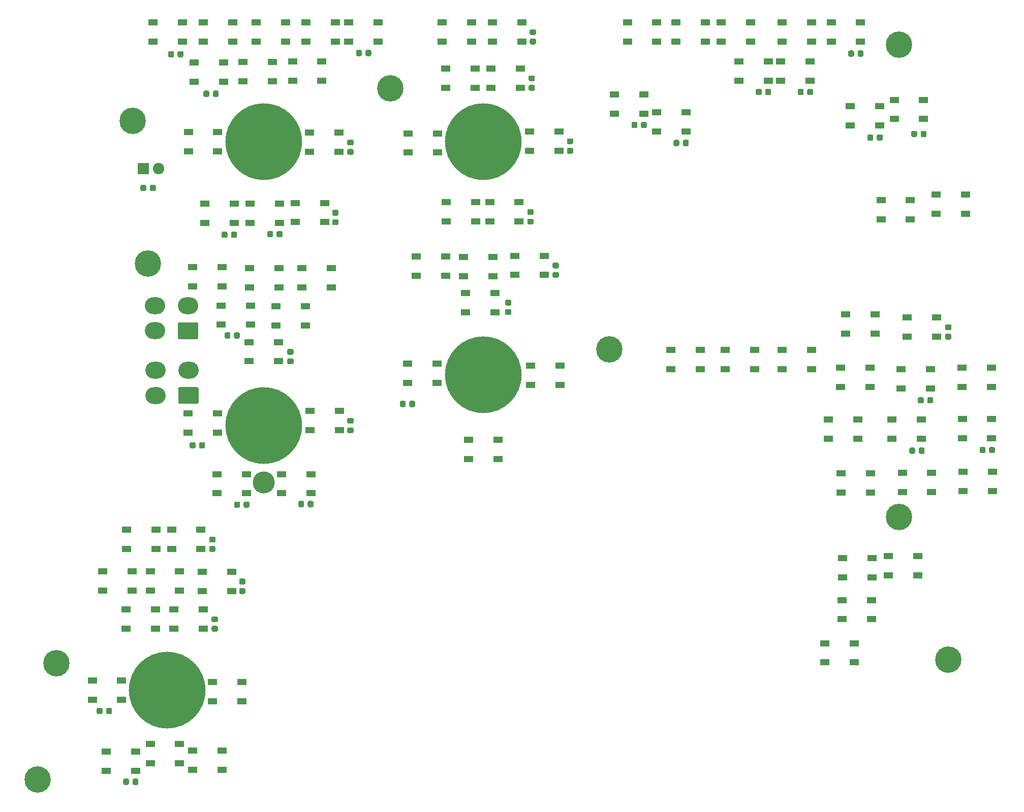
<source format=gbr>
%TF.GenerationSoftware,KiCad,Pcbnew,(5.1.6)-1*%
%TF.CreationDate,2020-12-21T15:19:12+11:00*%
%TF.ProjectId,Select JETT Panel PCB V2,53656c65-6374-4204-9a45-54542050616e,rev?*%
%TF.SameCoordinates,Original*%
%TF.FileFunction,Soldermask,Top*%
%TF.FilePolarity,Negative*%
%FSLAX46Y46*%
G04 Gerber Fmt 4.6, Leading zero omitted, Abs format (unit mm)*
G04 Created by KiCad (PCBNEW (5.1.6)-1) date 2020-12-21 15:19:12*
%MOMM*%
%LPD*%
G01*
G04 APERTURE LIST*
%ADD10C,12.800000*%
%ADD11C,3.672000*%
%ADD12C,4.400000*%
%ADD13O,3.400000X2.800000*%
%ADD14C,1.900000*%
%ADD15R,1.900000X1.900000*%
%ADD16R,1.600000X1.100000*%
G04 APERTURE END LIST*
D10*
%TO.C,18*%
X92976707Y-144906997D03*
%TD*%
%TO.C,17*%
X145681694Y-92329018D03*
%TD*%
%TO.C,16*%
X109105698Y-100774518D03*
X109105698Y-100774518D03*
D11*
X109105698Y-110299518D03*
%TD*%
D10*
%TO.C,16*%
X145681694Y-53467018D03*
%TD*%
%TO.C,15*%
X109105698Y-53467018D03*
%TD*%
D12*
%TO.C,9*%
X223151694Y-139839819D03*
%TD*%
%TO.C,8*%
X71386707Y-159820032D03*
%TD*%
%TO.C,7*%
X89801693Y-73787017D03*
%TD*%
%TO.C,6*%
X214896707Y-116078000D03*
%TD*%
%TO.C,5*%
X74561693Y-140462018D03*
%TD*%
%TO.C,4*%
X166636703Y-88074497D03*
%TD*%
%TO.C,3*%
X214896696Y-37274500D03*
%TD*%
%TO.C,2*%
X130124197Y-44577011D03*
%TD*%
%TO.C,1*%
X87261697Y-49974517D03*
%TD*%
%TO.C,R1*%
G36*
G01*
X90100000Y-61481250D02*
X90100000Y-60918750D01*
G75*
G02*
X90343750Y-60675000I243750J0D01*
G01*
X90831250Y-60675000D01*
G75*
G02*
X91075000Y-60918750I0J-243750D01*
G01*
X91075000Y-61481250D01*
G75*
G02*
X90831250Y-61725000I-243750J0D01*
G01*
X90343750Y-61725000D01*
G75*
G02*
X90100000Y-61481250I0J243750D01*
G01*
G37*
G36*
G01*
X88525000Y-61481250D02*
X88525000Y-60918750D01*
G75*
G02*
X88768750Y-60675000I243750J0D01*
G01*
X89256250Y-60675000D01*
G75*
G02*
X89500000Y-60918750I0J-243750D01*
G01*
X89500000Y-61481250D01*
G75*
G02*
X89256250Y-61725000I-243750J0D01*
G01*
X88768750Y-61725000D01*
G75*
G02*
X88525000Y-61481250I0J243750D01*
G01*
G37*
%TD*%
D13*
%TO.C,J2*%
X91000000Y-91600000D03*
X91000000Y-95800000D03*
X96500000Y-91600000D03*
G36*
G01*
X97940740Y-97200000D02*
X95059260Y-97200000D01*
G75*
G02*
X94800000Y-96940740I0J259260D01*
G01*
X94800000Y-94659260D01*
G75*
G02*
X95059260Y-94400000I259260J0D01*
G01*
X97940740Y-94400000D01*
G75*
G02*
X98200000Y-94659260I0J-259260D01*
G01*
X98200000Y-96940740D01*
G75*
G02*
X97940740Y-97200000I-259260J0D01*
G01*
G37*
%TD*%
%TO.C,J1*%
X90950000Y-80800000D03*
X90950000Y-85000000D03*
X96450000Y-80800000D03*
G36*
G01*
X97890740Y-86400000D02*
X95009260Y-86400000D01*
G75*
G02*
X94750000Y-86140740I0J259260D01*
G01*
X94750000Y-83859260D01*
G75*
G02*
X95009260Y-83600000I259260J0D01*
G01*
X97890740Y-83600000D01*
G75*
G02*
X98150000Y-83859260I0J-259260D01*
G01*
X98150000Y-86140740D01*
G75*
G02*
X97890740Y-86400000I-259260J0D01*
G01*
G37*
%TD*%
D14*
%TO.C,D82*%
X91500000Y-58000000D03*
D15*
X88960000Y-58000000D03*
%TD*%
D16*
%TO.C,D81*%
X202550000Y-137100000D03*
X202550000Y-140300000D03*
X207450000Y-137100000D03*
X207450000Y-140300000D03*
%TD*%
%TO.C,D80*%
X205450000Y-129900000D03*
X205450000Y-133100000D03*
X210350000Y-129900000D03*
X210350000Y-133100000D03*
%TD*%
%TO.C,D79*%
X213100000Y-122600000D03*
X213100000Y-125800000D03*
X218000000Y-122600000D03*
X218000000Y-125800000D03*
%TD*%
%TO.C,D78*%
X205500000Y-122900000D03*
X205500000Y-126100000D03*
X210400000Y-122900000D03*
X210400000Y-126100000D03*
%TD*%
%TO.C,D77*%
X225550000Y-108500000D03*
X225550000Y-111700000D03*
X230450000Y-108500000D03*
X230450000Y-111700000D03*
%TD*%
%TO.C,D76*%
X215450000Y-108700000D03*
X215450000Y-111900000D03*
X220350000Y-108700000D03*
X220350000Y-111900000D03*
%TD*%
%TO.C,D75*%
X205250000Y-108800000D03*
X205250000Y-112000000D03*
X210150000Y-108800000D03*
X210150000Y-112000000D03*
%TD*%
%TO.C,D74*%
X225450000Y-99700000D03*
X225450000Y-102900000D03*
X230350000Y-99700000D03*
X230350000Y-102900000D03*
%TD*%
%TO.C,D73*%
X213750000Y-99800000D03*
X213750000Y-103000000D03*
X218650000Y-99800000D03*
X218650000Y-103000000D03*
%TD*%
%TO.C,D72*%
X203150000Y-99800000D03*
X203150000Y-103000000D03*
X208050000Y-99800000D03*
X208050000Y-103000000D03*
%TD*%
%TO.C,D71*%
X225400000Y-91200000D03*
X225400000Y-94400000D03*
X230300000Y-91200000D03*
X230300000Y-94400000D03*
%TD*%
%TO.C,D70*%
X215250000Y-91400000D03*
X215250000Y-94600000D03*
X220150000Y-91400000D03*
X220150000Y-94600000D03*
%TD*%
%TO.C,D69*%
X205150000Y-91200000D03*
X205150000Y-94400000D03*
X210050000Y-91200000D03*
X210050000Y-94400000D03*
%TD*%
%TO.C,D68*%
X195450000Y-88200000D03*
X195450000Y-91400000D03*
X200350000Y-88200000D03*
X200350000Y-91400000D03*
%TD*%
%TO.C,D67*%
X185950000Y-88200000D03*
X185950000Y-91400000D03*
X190850000Y-88200000D03*
X190850000Y-91400000D03*
%TD*%
%TO.C,D66*%
X176900000Y-88200000D03*
X176900000Y-91400000D03*
X181800000Y-88200000D03*
X181800000Y-91400000D03*
%TD*%
%TO.C,D65*%
X216250000Y-82800000D03*
X216250000Y-86000000D03*
X221150000Y-82800000D03*
X221150000Y-86000000D03*
%TD*%
%TO.C,D64*%
X206050000Y-82300000D03*
X206050000Y-85500000D03*
X210950000Y-82300000D03*
X210950000Y-85500000D03*
%TD*%
%TO.C,D63*%
X221100000Y-62300000D03*
X221100000Y-65500000D03*
X226000000Y-62300000D03*
X226000000Y-65500000D03*
%TD*%
%TO.C,D62*%
X211900000Y-63200000D03*
X211900000Y-66400000D03*
X216800000Y-63200000D03*
X216800000Y-66400000D03*
%TD*%
%TO.C,D61*%
X214100000Y-46500000D03*
X214100000Y-49700000D03*
X219000000Y-46500000D03*
X219000000Y-49700000D03*
%TD*%
%TO.C,D60*%
X206750000Y-47600000D03*
X206750000Y-50800000D03*
X211650000Y-47600000D03*
X211650000Y-50800000D03*
%TD*%
%TO.C,D59*%
X174500000Y-48600000D03*
X174500000Y-51800000D03*
X179400000Y-48600000D03*
X179400000Y-51800000D03*
%TD*%
%TO.C,D58*%
X167500000Y-45600000D03*
X167500000Y-48800000D03*
X172400000Y-45600000D03*
X172400000Y-48800000D03*
%TD*%
%TO.C,D57*%
X195200000Y-40100000D03*
X195200000Y-43300000D03*
X200100000Y-40100000D03*
X200100000Y-43300000D03*
%TD*%
%TO.C,D56*%
X188200000Y-40100000D03*
X188200000Y-43300000D03*
X193100000Y-40100000D03*
X193100000Y-43300000D03*
%TD*%
%TO.C,D55*%
X203600000Y-33600000D03*
X203600000Y-36800000D03*
X208500000Y-33600000D03*
X208500000Y-36800000D03*
%TD*%
%TO.C,D54*%
X195450000Y-33600000D03*
X195450000Y-36800000D03*
X200350000Y-33600000D03*
X200350000Y-36800000D03*
%TD*%
%TO.C,D53*%
X185300000Y-33600000D03*
X185300000Y-36800000D03*
X190200000Y-33600000D03*
X190200000Y-36800000D03*
%TD*%
%TO.C,D52*%
X177750000Y-33600000D03*
X177750000Y-36800000D03*
X182650000Y-33600000D03*
X182650000Y-36800000D03*
%TD*%
%TO.C,D51*%
X169650000Y-33600000D03*
X169650000Y-36800000D03*
X174550000Y-33600000D03*
X174550000Y-36800000D03*
%TD*%
%TO.C,D50*%
X133000000Y-90500000D03*
X133000000Y-93700000D03*
X137900000Y-90500000D03*
X137900000Y-93700000D03*
%TD*%
%TO.C,D49*%
X143200000Y-103200000D03*
X143200000Y-106400000D03*
X148100000Y-103200000D03*
X148100000Y-106400000D03*
%TD*%
%TO.C,D48*%
X153500000Y-90800000D03*
X153500000Y-94000000D03*
X158400000Y-90800000D03*
X158400000Y-94000000D03*
%TD*%
%TO.C,D47*%
X142700000Y-78700000D03*
X142700000Y-81900000D03*
X147600000Y-78700000D03*
X147600000Y-81900000D03*
%TD*%
%TO.C,D46*%
X150900000Y-72500000D03*
X150900000Y-75700000D03*
X155800000Y-72500000D03*
X155800000Y-75700000D03*
%TD*%
%TO.C,D45*%
X142350000Y-72700000D03*
X142350000Y-75900000D03*
X147250000Y-72700000D03*
X147250000Y-75900000D03*
%TD*%
%TO.C,D44*%
X134450000Y-72600000D03*
X134450000Y-75800000D03*
X139350000Y-72600000D03*
X139350000Y-75800000D03*
%TD*%
%TO.C,D43*%
X133100000Y-52100000D03*
X133100000Y-55300000D03*
X138000000Y-52100000D03*
X138000000Y-55300000D03*
%TD*%
%TO.C,D42*%
X139500000Y-63600000D03*
X139500000Y-66800000D03*
X144400000Y-63600000D03*
X144400000Y-66800000D03*
%TD*%
%TO.C,D41*%
X146700000Y-63600000D03*
X146700000Y-66800000D03*
X151600000Y-63600000D03*
X151600000Y-66800000D03*
%TD*%
%TO.C,D40*%
X153350000Y-51800000D03*
X153350000Y-55000000D03*
X158250000Y-51800000D03*
X158250000Y-55000000D03*
%TD*%
%TO.C,D39*%
X146950000Y-41300000D03*
X146950000Y-44500000D03*
X151850000Y-41300000D03*
X151850000Y-44500000D03*
%TD*%
%TO.C,D38*%
X139400000Y-41300000D03*
X139400000Y-44500000D03*
X144300000Y-41300000D03*
X144300000Y-44500000D03*
%TD*%
%TO.C,D37*%
X147150000Y-33600000D03*
X147150000Y-36800000D03*
X152050000Y-33600000D03*
X152050000Y-36800000D03*
%TD*%
%TO.C,D36*%
X138800000Y-33600000D03*
X138800000Y-36800000D03*
X143700000Y-33600000D03*
X143700000Y-36800000D03*
%TD*%
%TO.C,D35*%
X80500000Y-143300000D03*
X80500000Y-146500000D03*
X85400000Y-143300000D03*
X85400000Y-146500000D03*
%TD*%
%TO.C,D34*%
X82800000Y-155200000D03*
X82800000Y-158400000D03*
X87700000Y-155200000D03*
X87700000Y-158400000D03*
%TD*%
%TO.C,D33*%
X90150000Y-153900000D03*
X90150000Y-157100000D03*
X95050000Y-153900000D03*
X95050000Y-157100000D03*
%TD*%
%TO.C,D32*%
X97200000Y-155000000D03*
X97200000Y-158200000D03*
X102100000Y-155000000D03*
X102100000Y-158200000D03*
%TD*%
%TO.C,D31*%
X100500000Y-143600000D03*
X100500000Y-146800000D03*
X105400000Y-143600000D03*
X105400000Y-146800000D03*
%TD*%
%TO.C,D30*%
X94100000Y-131500000D03*
X94100000Y-134700000D03*
X99000000Y-131500000D03*
X99000000Y-134700000D03*
%TD*%
%TO.C,D29*%
X86100000Y-131500000D03*
X86100000Y-134700000D03*
X91000000Y-131500000D03*
X91000000Y-134700000D03*
%TD*%
%TO.C,D28*%
X98800000Y-125200000D03*
X98800000Y-128400000D03*
X103700000Y-125200000D03*
X103700000Y-128400000D03*
%TD*%
%TO.C,D27*%
X90150000Y-125100000D03*
X90150000Y-128300000D03*
X95050000Y-125100000D03*
X95050000Y-128300000D03*
%TD*%
%TO.C,D26*%
X82200000Y-125100000D03*
X82200000Y-128300000D03*
X87100000Y-125100000D03*
X87100000Y-128300000D03*
%TD*%
%TO.C,D25*%
X93700000Y-118200000D03*
X93700000Y-121400000D03*
X98600000Y-118200000D03*
X98600000Y-121400000D03*
%TD*%
%TO.C,D24*%
X86200000Y-118200000D03*
X86200000Y-121400000D03*
X91100000Y-118200000D03*
X91100000Y-121400000D03*
%TD*%
%TO.C,D23*%
X96450000Y-98800000D03*
X96450000Y-102000000D03*
X101350000Y-98800000D03*
X101350000Y-102000000D03*
%TD*%
%TO.C,D22*%
X101300000Y-108900000D03*
X101300000Y-112100000D03*
X106200000Y-108900000D03*
X106200000Y-112100000D03*
%TD*%
%TO.C,D21*%
X112000000Y-108900000D03*
X112000000Y-112100000D03*
X116900000Y-108900000D03*
X116900000Y-112100000D03*
%TD*%
%TO.C,D20*%
X116800000Y-98400000D03*
X116800000Y-101600000D03*
X121700000Y-98400000D03*
X121700000Y-101600000D03*
%TD*%
%TO.C,D19*%
X106600000Y-86900000D03*
X106600000Y-90100000D03*
X111500000Y-86900000D03*
X111500000Y-90100000D03*
%TD*%
%TO.C,D18*%
X111100000Y-80900000D03*
X111100000Y-84100000D03*
X116000000Y-80900000D03*
X116000000Y-84100000D03*
%TD*%
%TO.C,D17*%
X101950000Y-80800000D03*
X101950000Y-84000000D03*
X106850000Y-80800000D03*
X106850000Y-84000000D03*
%TD*%
%TO.C,D16*%
X115450000Y-74600000D03*
X115450000Y-77800000D03*
X120350000Y-74600000D03*
X120350000Y-77800000D03*
%TD*%
%TO.C,D15*%
X106700000Y-74600000D03*
X106700000Y-77800000D03*
X111600000Y-74600000D03*
X111600000Y-77800000D03*
%TD*%
%TO.C,D14*%
X97200000Y-74400000D03*
X97200000Y-77600000D03*
X102100000Y-74400000D03*
X102100000Y-77600000D03*
%TD*%
%TO.C,D13*%
X96500000Y-51900000D03*
X96500000Y-55100000D03*
X101400000Y-51900000D03*
X101400000Y-55100000D03*
%TD*%
%TO.C,D12*%
X99250000Y-63800000D03*
X99250000Y-67000000D03*
X104150000Y-63800000D03*
X104150000Y-67000000D03*
%TD*%
%TO.C,D11*%
X106750000Y-63800000D03*
X106750000Y-67000000D03*
X111650000Y-63800000D03*
X111650000Y-67000000D03*
%TD*%
%TO.C,D10*%
X114300000Y-63700000D03*
X114300000Y-66900000D03*
X119200000Y-63700000D03*
X119200000Y-66900000D03*
%TD*%
%TO.C,D9*%
X116700000Y-52000000D03*
X116700000Y-55200000D03*
X121600000Y-52000000D03*
X121600000Y-55200000D03*
%TD*%
%TO.C,D8*%
X113850000Y-40100000D03*
X113850000Y-43300000D03*
X118750000Y-40100000D03*
X118750000Y-43300000D03*
%TD*%
%TO.C,D7*%
X105600000Y-40200000D03*
X105600000Y-43400000D03*
X110500000Y-40200000D03*
X110500000Y-43400000D03*
%TD*%
%TO.C,D6*%
X97500000Y-40300000D03*
X97500000Y-43500000D03*
X102400000Y-40300000D03*
X102400000Y-43500000D03*
%TD*%
%TO.C,D5*%
X123200000Y-33600000D03*
X123200000Y-36800000D03*
X128100000Y-33600000D03*
X128100000Y-36800000D03*
%TD*%
%TO.C,D4*%
X116100000Y-33600000D03*
X116100000Y-36800000D03*
X121000000Y-33600000D03*
X121000000Y-36800000D03*
%TD*%
%TO.C,D3*%
X107800000Y-33600000D03*
X107800000Y-36800000D03*
X112700000Y-33600000D03*
X112700000Y-36800000D03*
%TD*%
%TO.C,D2*%
X99000000Y-33600000D03*
X99000000Y-36800000D03*
X103900000Y-33600000D03*
X103900000Y-36800000D03*
%TD*%
%TO.C,D1*%
X90600000Y-33600000D03*
X90600000Y-36800000D03*
X95500000Y-33600000D03*
X95500000Y-36800000D03*
%TD*%
%TO.C,C37*%
G36*
G01*
X229912000Y-105181250D02*
X229912000Y-104618750D01*
G75*
G02*
X230155750Y-104375000I243750J0D01*
G01*
X230643250Y-104375000D01*
G75*
G02*
X230887000Y-104618750I0J-243750D01*
G01*
X230887000Y-105181250D01*
G75*
G02*
X230643250Y-105425000I-243750J0D01*
G01*
X230155750Y-105425000D01*
G75*
G02*
X229912000Y-105181250I0J243750D01*
G01*
G37*
G36*
G01*
X228337000Y-105181250D02*
X228337000Y-104618750D01*
G75*
G02*
X228580750Y-104375000I243750J0D01*
G01*
X229068250Y-104375000D01*
G75*
G02*
X229312000Y-104618750I0J-243750D01*
G01*
X229312000Y-105181250D01*
G75*
G02*
X229068250Y-105425000I-243750J0D01*
G01*
X228580750Y-105425000D01*
G75*
G02*
X228337000Y-105181250I0J243750D01*
G01*
G37*
%TD*%
%TO.C,C36*%
G36*
G01*
X218188000Y-105281250D02*
X218188000Y-104718750D01*
G75*
G02*
X218431750Y-104475000I243750J0D01*
G01*
X218919250Y-104475000D01*
G75*
G02*
X219163000Y-104718750I0J-243750D01*
G01*
X219163000Y-105281250D01*
G75*
G02*
X218919250Y-105525000I-243750J0D01*
G01*
X218431750Y-105525000D01*
G75*
G02*
X218188000Y-105281250I0J243750D01*
G01*
G37*
G36*
G01*
X216613000Y-105281250D02*
X216613000Y-104718750D01*
G75*
G02*
X216856750Y-104475000I243750J0D01*
G01*
X217344250Y-104475000D01*
G75*
G02*
X217588000Y-104718750I0J-243750D01*
G01*
X217588000Y-105281250D01*
G75*
G02*
X217344250Y-105525000I-243750J0D01*
G01*
X216856750Y-105525000D01*
G75*
G02*
X216613000Y-105281250I0J243750D01*
G01*
G37*
%TD*%
%TO.C,C35*%
G36*
G01*
X219612000Y-96881250D02*
X219612000Y-96318750D01*
G75*
G02*
X219855750Y-96075000I243750J0D01*
G01*
X220343250Y-96075000D01*
G75*
G02*
X220587000Y-96318750I0J-243750D01*
G01*
X220587000Y-96881250D01*
G75*
G02*
X220343250Y-97125000I-243750J0D01*
G01*
X219855750Y-97125000D01*
G75*
G02*
X219612000Y-96881250I0J243750D01*
G01*
G37*
G36*
G01*
X218037000Y-96881250D02*
X218037000Y-96318750D01*
G75*
G02*
X218280750Y-96075000I243750J0D01*
G01*
X218768250Y-96075000D01*
G75*
G02*
X219012000Y-96318750I0J-243750D01*
G01*
X219012000Y-96881250D01*
G75*
G02*
X218768250Y-97125000I-243750J0D01*
G01*
X218280750Y-97125000D01*
G75*
G02*
X218037000Y-96881250I0J243750D01*
G01*
G37*
%TD*%
%TO.C,C34*%
G36*
G01*
X222818750Y-85512500D02*
X223381250Y-85512500D01*
G75*
G02*
X223625000Y-85756250I0J-243750D01*
G01*
X223625000Y-86243750D01*
G75*
G02*
X223381250Y-86487500I-243750J0D01*
G01*
X222818750Y-86487500D01*
G75*
G02*
X222575000Y-86243750I0J243750D01*
G01*
X222575000Y-85756250D01*
G75*
G02*
X222818750Y-85512500I243750J0D01*
G01*
G37*
G36*
G01*
X222818750Y-83937500D02*
X223381250Y-83937500D01*
G75*
G02*
X223625000Y-84181250I0J-243750D01*
G01*
X223625000Y-84668750D01*
G75*
G02*
X223381250Y-84912500I-243750J0D01*
G01*
X222818750Y-84912500D01*
G75*
G02*
X222575000Y-84668750I0J243750D01*
G01*
X222575000Y-84181250D01*
G75*
G02*
X222818750Y-83937500I243750J0D01*
G01*
G37*
%TD*%
%TO.C,C33*%
G36*
G01*
X218512000Y-52481250D02*
X218512000Y-51918750D01*
G75*
G02*
X218755750Y-51675000I243750J0D01*
G01*
X219243250Y-51675000D01*
G75*
G02*
X219487000Y-51918750I0J-243750D01*
G01*
X219487000Y-52481250D01*
G75*
G02*
X219243250Y-52725000I-243750J0D01*
G01*
X218755750Y-52725000D01*
G75*
G02*
X218512000Y-52481250I0J243750D01*
G01*
G37*
G36*
G01*
X216937000Y-52481250D02*
X216937000Y-51918750D01*
G75*
G02*
X217180750Y-51675000I243750J0D01*
G01*
X217668250Y-51675000D01*
G75*
G02*
X217912000Y-51918750I0J-243750D01*
G01*
X217912000Y-52481250D01*
G75*
G02*
X217668250Y-52725000I-243750J0D01*
G01*
X217180750Y-52725000D01*
G75*
G02*
X216937000Y-52481250I0J243750D01*
G01*
G37*
%TD*%
%TO.C,C32*%
G36*
G01*
X211212000Y-53081250D02*
X211212000Y-52518750D01*
G75*
G02*
X211455750Y-52275000I243750J0D01*
G01*
X211943250Y-52275000D01*
G75*
G02*
X212187000Y-52518750I0J-243750D01*
G01*
X212187000Y-53081250D01*
G75*
G02*
X211943250Y-53325000I-243750J0D01*
G01*
X211455750Y-53325000D01*
G75*
G02*
X211212000Y-53081250I0J243750D01*
G01*
G37*
G36*
G01*
X209637000Y-53081250D02*
X209637000Y-52518750D01*
G75*
G02*
X209880750Y-52275000I243750J0D01*
G01*
X210368250Y-52275000D01*
G75*
G02*
X210612000Y-52518750I0J-243750D01*
G01*
X210612000Y-53081250D01*
G75*
G02*
X210368250Y-53325000I-243750J0D01*
G01*
X209880750Y-53325000D01*
G75*
G02*
X209637000Y-53081250I0J243750D01*
G01*
G37*
%TD*%
%TO.C,C31*%
G36*
G01*
X192612000Y-45481250D02*
X192612000Y-44918750D01*
G75*
G02*
X192855750Y-44675000I243750J0D01*
G01*
X193343250Y-44675000D01*
G75*
G02*
X193587000Y-44918750I0J-243750D01*
G01*
X193587000Y-45481250D01*
G75*
G02*
X193343250Y-45725000I-243750J0D01*
G01*
X192855750Y-45725000D01*
G75*
G02*
X192612000Y-45481250I0J243750D01*
G01*
G37*
G36*
G01*
X191037000Y-45481250D02*
X191037000Y-44918750D01*
G75*
G02*
X191280750Y-44675000I243750J0D01*
G01*
X191768250Y-44675000D01*
G75*
G02*
X192012000Y-44918750I0J-243750D01*
G01*
X192012000Y-45481250D01*
G75*
G02*
X191768250Y-45725000I-243750J0D01*
G01*
X191280750Y-45725000D01*
G75*
G02*
X191037000Y-45481250I0J243750D01*
G01*
G37*
%TD*%
%TO.C,C30*%
G36*
G01*
X199612000Y-45481250D02*
X199612000Y-44918750D01*
G75*
G02*
X199855750Y-44675000I243750J0D01*
G01*
X200343250Y-44675000D01*
G75*
G02*
X200587000Y-44918750I0J-243750D01*
G01*
X200587000Y-45481250D01*
G75*
G02*
X200343250Y-45725000I-243750J0D01*
G01*
X199855750Y-45725000D01*
G75*
G02*
X199612000Y-45481250I0J243750D01*
G01*
G37*
G36*
G01*
X198037000Y-45481250D02*
X198037000Y-44918750D01*
G75*
G02*
X198280750Y-44675000I243750J0D01*
G01*
X198768250Y-44675000D01*
G75*
G02*
X199012000Y-44918750I0J-243750D01*
G01*
X199012000Y-45481250D01*
G75*
G02*
X198768250Y-45725000I-243750J0D01*
G01*
X198280750Y-45725000D01*
G75*
G02*
X198037000Y-45481250I0J243750D01*
G01*
G37*
%TD*%
%TO.C,C29*%
G36*
G01*
X208012000Y-39081250D02*
X208012000Y-38518750D01*
G75*
G02*
X208255750Y-38275000I243750J0D01*
G01*
X208743250Y-38275000D01*
G75*
G02*
X208987000Y-38518750I0J-243750D01*
G01*
X208987000Y-39081250D01*
G75*
G02*
X208743250Y-39325000I-243750J0D01*
G01*
X208255750Y-39325000D01*
G75*
G02*
X208012000Y-39081250I0J243750D01*
G01*
G37*
G36*
G01*
X206437000Y-39081250D02*
X206437000Y-38518750D01*
G75*
G02*
X206680750Y-38275000I243750J0D01*
G01*
X207168250Y-38275000D01*
G75*
G02*
X207412000Y-38518750I0J-243750D01*
G01*
X207412000Y-39081250D01*
G75*
G02*
X207168250Y-39325000I-243750J0D01*
G01*
X206680750Y-39325000D01*
G75*
G02*
X206437000Y-39081250I0J243750D01*
G01*
G37*
%TD*%
%TO.C,C28*%
G36*
G01*
X171912000Y-50981250D02*
X171912000Y-50418750D01*
G75*
G02*
X172155750Y-50175000I243750J0D01*
G01*
X172643250Y-50175000D01*
G75*
G02*
X172887000Y-50418750I0J-243750D01*
G01*
X172887000Y-50981250D01*
G75*
G02*
X172643250Y-51225000I-243750J0D01*
G01*
X172155750Y-51225000D01*
G75*
G02*
X171912000Y-50981250I0J243750D01*
G01*
G37*
G36*
G01*
X170337000Y-50981250D02*
X170337000Y-50418750D01*
G75*
G02*
X170580750Y-50175000I243750J0D01*
G01*
X171068250Y-50175000D01*
G75*
G02*
X171312000Y-50418750I0J-243750D01*
G01*
X171312000Y-50981250D01*
G75*
G02*
X171068250Y-51225000I-243750J0D01*
G01*
X170580750Y-51225000D01*
G75*
G02*
X170337000Y-50981250I0J243750D01*
G01*
G37*
%TD*%
%TO.C,C27*%
G36*
G01*
X178900000Y-53981250D02*
X178900000Y-53418750D01*
G75*
G02*
X179143750Y-53175000I243750J0D01*
G01*
X179631250Y-53175000D01*
G75*
G02*
X179875000Y-53418750I0J-243750D01*
G01*
X179875000Y-53981250D01*
G75*
G02*
X179631250Y-54225000I-243750J0D01*
G01*
X179143750Y-54225000D01*
G75*
G02*
X178900000Y-53981250I0J243750D01*
G01*
G37*
G36*
G01*
X177325000Y-53981250D02*
X177325000Y-53418750D01*
G75*
G02*
X177568750Y-53175000I243750J0D01*
G01*
X178056250Y-53175000D01*
G75*
G02*
X178300000Y-53418750I0J-243750D01*
G01*
X178300000Y-53981250D01*
G75*
G02*
X178056250Y-54225000I-243750J0D01*
G01*
X177568750Y-54225000D01*
G75*
G02*
X177325000Y-53981250I0J243750D01*
G01*
G37*
%TD*%
%TO.C,C26*%
G36*
G01*
X153618750Y-36312500D02*
X154181250Y-36312500D01*
G75*
G02*
X154425000Y-36556250I0J-243750D01*
G01*
X154425000Y-37043750D01*
G75*
G02*
X154181250Y-37287500I-243750J0D01*
G01*
X153618750Y-37287500D01*
G75*
G02*
X153375000Y-37043750I0J243750D01*
G01*
X153375000Y-36556250D01*
G75*
G02*
X153618750Y-36312500I243750J0D01*
G01*
G37*
G36*
G01*
X153618750Y-34737500D02*
X154181250Y-34737500D01*
G75*
G02*
X154425000Y-34981250I0J-243750D01*
G01*
X154425000Y-35468750D01*
G75*
G02*
X154181250Y-35712500I-243750J0D01*
G01*
X153618750Y-35712500D01*
G75*
G02*
X153375000Y-35468750I0J243750D01*
G01*
X153375000Y-34981250D01*
G75*
G02*
X153618750Y-34737500I243750J0D01*
G01*
G37*
%TD*%
%TO.C,C25*%
G36*
G01*
X153418750Y-44012500D02*
X153981250Y-44012500D01*
G75*
G02*
X154225000Y-44256250I0J-243750D01*
G01*
X154225000Y-44743750D01*
G75*
G02*
X153981250Y-44987500I-243750J0D01*
G01*
X153418750Y-44987500D01*
G75*
G02*
X153175000Y-44743750I0J243750D01*
G01*
X153175000Y-44256250D01*
G75*
G02*
X153418750Y-44012500I243750J0D01*
G01*
G37*
G36*
G01*
X153418750Y-42437500D02*
X153981250Y-42437500D01*
G75*
G02*
X154225000Y-42681250I0J-243750D01*
G01*
X154225000Y-43168750D01*
G75*
G02*
X153981250Y-43412500I-243750J0D01*
G01*
X153418750Y-43412500D01*
G75*
G02*
X153175000Y-43168750I0J243750D01*
G01*
X153175000Y-42681250D01*
G75*
G02*
X153418750Y-42437500I243750J0D01*
G01*
G37*
%TD*%
%TO.C,C24*%
G36*
G01*
X153218750Y-66312500D02*
X153781250Y-66312500D01*
G75*
G02*
X154025000Y-66556250I0J-243750D01*
G01*
X154025000Y-67043750D01*
G75*
G02*
X153781250Y-67287500I-243750J0D01*
G01*
X153218750Y-67287500D01*
G75*
G02*
X152975000Y-67043750I0J243750D01*
G01*
X152975000Y-66556250D01*
G75*
G02*
X153218750Y-66312500I243750J0D01*
G01*
G37*
G36*
G01*
X153218750Y-64737500D02*
X153781250Y-64737500D01*
G75*
G02*
X154025000Y-64981250I0J-243750D01*
G01*
X154025000Y-65468750D01*
G75*
G02*
X153781250Y-65712500I-243750J0D01*
G01*
X153218750Y-65712500D01*
G75*
G02*
X152975000Y-65468750I0J243750D01*
G01*
X152975000Y-64981250D01*
G75*
G02*
X153218750Y-64737500I243750J0D01*
G01*
G37*
%TD*%
%TO.C,C23*%
G36*
G01*
X159818750Y-54512500D02*
X160381250Y-54512500D01*
G75*
G02*
X160625000Y-54756250I0J-243750D01*
G01*
X160625000Y-55243750D01*
G75*
G02*
X160381250Y-55487500I-243750J0D01*
G01*
X159818750Y-55487500D01*
G75*
G02*
X159575000Y-55243750I0J243750D01*
G01*
X159575000Y-54756250D01*
G75*
G02*
X159818750Y-54512500I243750J0D01*
G01*
G37*
G36*
G01*
X159818750Y-52937500D02*
X160381250Y-52937500D01*
G75*
G02*
X160625000Y-53181250I0J-243750D01*
G01*
X160625000Y-53668750D01*
G75*
G02*
X160381250Y-53912500I-243750J0D01*
G01*
X159818750Y-53912500D01*
G75*
G02*
X159575000Y-53668750I0J243750D01*
G01*
X159575000Y-53181250D01*
G75*
G02*
X159818750Y-52937500I243750J0D01*
G01*
G37*
%TD*%
%TO.C,C22*%
G36*
G01*
X157418750Y-75212500D02*
X157981250Y-75212500D01*
G75*
G02*
X158225000Y-75456250I0J-243750D01*
G01*
X158225000Y-75943750D01*
G75*
G02*
X157981250Y-76187500I-243750J0D01*
G01*
X157418750Y-76187500D01*
G75*
G02*
X157175000Y-75943750I0J243750D01*
G01*
X157175000Y-75456250D01*
G75*
G02*
X157418750Y-75212500I243750J0D01*
G01*
G37*
G36*
G01*
X157418750Y-73637500D02*
X157981250Y-73637500D01*
G75*
G02*
X158225000Y-73881250I0J-243750D01*
G01*
X158225000Y-74368750D01*
G75*
G02*
X157981250Y-74612500I-243750J0D01*
G01*
X157418750Y-74612500D01*
G75*
G02*
X157175000Y-74368750I0J243750D01*
G01*
X157175000Y-73881250D01*
G75*
G02*
X157418750Y-73637500I243750J0D01*
G01*
G37*
%TD*%
%TO.C,C21*%
G36*
G01*
X133312000Y-97481250D02*
X133312000Y-96918750D01*
G75*
G02*
X133555750Y-96675000I243750J0D01*
G01*
X134043250Y-96675000D01*
G75*
G02*
X134287000Y-96918750I0J-243750D01*
G01*
X134287000Y-97481250D01*
G75*
G02*
X134043250Y-97725000I-243750J0D01*
G01*
X133555750Y-97725000D01*
G75*
G02*
X133312000Y-97481250I0J243750D01*
G01*
G37*
G36*
G01*
X131737000Y-97481250D02*
X131737000Y-96918750D01*
G75*
G02*
X131980750Y-96675000I243750J0D01*
G01*
X132468250Y-96675000D01*
G75*
G02*
X132712000Y-96918750I0J-243750D01*
G01*
X132712000Y-97481250D01*
G75*
G02*
X132468250Y-97725000I-243750J0D01*
G01*
X131980750Y-97725000D01*
G75*
G02*
X131737000Y-97481250I0J243750D01*
G01*
G37*
%TD*%
%TO.C,C20*%
G36*
G01*
X149518750Y-81412500D02*
X150081250Y-81412500D01*
G75*
G02*
X150325000Y-81656250I0J-243750D01*
G01*
X150325000Y-82143750D01*
G75*
G02*
X150081250Y-82387500I-243750J0D01*
G01*
X149518750Y-82387500D01*
G75*
G02*
X149275000Y-82143750I0J243750D01*
G01*
X149275000Y-81656250D01*
G75*
G02*
X149518750Y-81412500I243750J0D01*
G01*
G37*
G36*
G01*
X149518750Y-79837500D02*
X150081250Y-79837500D01*
G75*
G02*
X150325000Y-80081250I0J-243750D01*
G01*
X150325000Y-80568750D01*
G75*
G02*
X150081250Y-80812500I-243750J0D01*
G01*
X149518750Y-80812500D01*
G75*
G02*
X149275000Y-80568750I0J243750D01*
G01*
X149275000Y-80081250D01*
G75*
G02*
X149518750Y-79837500I243750J0D01*
G01*
G37*
%TD*%
%TO.C,C19*%
G36*
G01*
X87212500Y-160481250D02*
X87212500Y-159918750D01*
G75*
G02*
X87456250Y-159675000I243750J0D01*
G01*
X87943750Y-159675000D01*
G75*
G02*
X88187500Y-159918750I0J-243750D01*
G01*
X88187500Y-160481250D01*
G75*
G02*
X87943750Y-160725000I-243750J0D01*
G01*
X87456250Y-160725000D01*
G75*
G02*
X87212500Y-160481250I0J243750D01*
G01*
G37*
G36*
G01*
X85637500Y-160481250D02*
X85637500Y-159918750D01*
G75*
G02*
X85881250Y-159675000I243750J0D01*
G01*
X86368750Y-159675000D01*
G75*
G02*
X86612500Y-159918750I0J-243750D01*
G01*
X86612500Y-160481250D01*
G75*
G02*
X86368750Y-160725000I-243750J0D01*
G01*
X85881250Y-160725000D01*
G75*
G02*
X85637500Y-160481250I0J243750D01*
G01*
G37*
%TD*%
%TO.C,C18*%
G36*
G01*
X82800000Y-148681250D02*
X82800000Y-148118750D01*
G75*
G02*
X83043750Y-147875000I243750J0D01*
G01*
X83531250Y-147875000D01*
G75*
G02*
X83775000Y-148118750I0J-243750D01*
G01*
X83775000Y-148681250D01*
G75*
G02*
X83531250Y-148925000I-243750J0D01*
G01*
X83043750Y-148925000D01*
G75*
G02*
X82800000Y-148681250I0J243750D01*
G01*
G37*
G36*
G01*
X81225000Y-148681250D02*
X81225000Y-148118750D01*
G75*
G02*
X81468750Y-147875000I243750J0D01*
G01*
X81956250Y-147875000D01*
G75*
G02*
X82200000Y-148118750I0J-243750D01*
G01*
X82200000Y-148681250D01*
G75*
G02*
X81956250Y-148925000I-243750J0D01*
G01*
X81468750Y-148925000D01*
G75*
G02*
X81225000Y-148681250I0J243750D01*
G01*
G37*
%TD*%
%TO.C,C17*%
G36*
G01*
X100618750Y-134212000D02*
X101181250Y-134212000D01*
G75*
G02*
X101425000Y-134455750I0J-243750D01*
G01*
X101425000Y-134943250D01*
G75*
G02*
X101181250Y-135187000I-243750J0D01*
G01*
X100618750Y-135187000D01*
G75*
G02*
X100375000Y-134943250I0J243750D01*
G01*
X100375000Y-134455750D01*
G75*
G02*
X100618750Y-134212000I243750J0D01*
G01*
G37*
G36*
G01*
X100618750Y-132637000D02*
X101181250Y-132637000D01*
G75*
G02*
X101425000Y-132880750I0J-243750D01*
G01*
X101425000Y-133368250D01*
G75*
G02*
X101181250Y-133612000I-243750J0D01*
G01*
X100618750Y-133612000D01*
G75*
G02*
X100375000Y-133368250I0J243750D01*
G01*
X100375000Y-132880750D01*
G75*
G02*
X100618750Y-132637000I243750J0D01*
G01*
G37*
%TD*%
%TO.C,C16*%
G36*
G01*
X105218750Y-127912000D02*
X105781250Y-127912000D01*
G75*
G02*
X106025000Y-128155750I0J-243750D01*
G01*
X106025000Y-128643250D01*
G75*
G02*
X105781250Y-128887000I-243750J0D01*
G01*
X105218750Y-128887000D01*
G75*
G02*
X104975000Y-128643250I0J243750D01*
G01*
X104975000Y-128155750D01*
G75*
G02*
X105218750Y-127912000I243750J0D01*
G01*
G37*
G36*
G01*
X105218750Y-126337000D02*
X105781250Y-126337000D01*
G75*
G02*
X106025000Y-126580750I0J-243750D01*
G01*
X106025000Y-127068250D01*
G75*
G02*
X105781250Y-127312000I-243750J0D01*
G01*
X105218750Y-127312000D01*
G75*
G02*
X104975000Y-127068250I0J243750D01*
G01*
X104975000Y-126580750D01*
G75*
G02*
X105218750Y-126337000I243750J0D01*
G01*
G37*
%TD*%
%TO.C,C15*%
G36*
G01*
X100218750Y-120912000D02*
X100781250Y-120912000D01*
G75*
G02*
X101025000Y-121155750I0J-243750D01*
G01*
X101025000Y-121643250D01*
G75*
G02*
X100781250Y-121887000I-243750J0D01*
G01*
X100218750Y-121887000D01*
G75*
G02*
X99975000Y-121643250I0J243750D01*
G01*
X99975000Y-121155750D01*
G75*
G02*
X100218750Y-120912000I243750J0D01*
G01*
G37*
G36*
G01*
X100218750Y-119337000D02*
X100781250Y-119337000D01*
G75*
G02*
X101025000Y-119580750I0J-243750D01*
G01*
X101025000Y-120068250D01*
G75*
G02*
X100781250Y-120312000I-243750J0D01*
G01*
X100218750Y-120312000D01*
G75*
G02*
X99975000Y-120068250I0J243750D01*
G01*
X99975000Y-119580750D01*
G75*
G02*
X100218750Y-119337000I243750J0D01*
G01*
G37*
%TD*%
%TO.C,C14*%
G36*
G01*
X116388000Y-114181250D02*
X116388000Y-113618750D01*
G75*
G02*
X116631750Y-113375000I243750J0D01*
G01*
X117119250Y-113375000D01*
G75*
G02*
X117363000Y-113618750I0J-243750D01*
G01*
X117363000Y-114181250D01*
G75*
G02*
X117119250Y-114425000I-243750J0D01*
G01*
X116631750Y-114425000D01*
G75*
G02*
X116388000Y-114181250I0J243750D01*
G01*
G37*
G36*
G01*
X114813000Y-114181250D02*
X114813000Y-113618750D01*
G75*
G02*
X115056750Y-113375000I243750J0D01*
G01*
X115544250Y-113375000D01*
G75*
G02*
X115788000Y-113618750I0J-243750D01*
G01*
X115788000Y-114181250D01*
G75*
G02*
X115544250Y-114425000I-243750J0D01*
G01*
X115056750Y-114425000D01*
G75*
G02*
X114813000Y-114181250I0J243750D01*
G01*
G37*
%TD*%
%TO.C,C13*%
G36*
G01*
X105712000Y-114281250D02*
X105712000Y-113718750D01*
G75*
G02*
X105955750Y-113475000I243750J0D01*
G01*
X106443250Y-113475000D01*
G75*
G02*
X106687000Y-113718750I0J-243750D01*
G01*
X106687000Y-114281250D01*
G75*
G02*
X106443250Y-114525000I-243750J0D01*
G01*
X105955750Y-114525000D01*
G75*
G02*
X105712000Y-114281250I0J243750D01*
G01*
G37*
G36*
G01*
X104137000Y-114281250D02*
X104137000Y-113718750D01*
G75*
G02*
X104380750Y-113475000I243750J0D01*
G01*
X104868250Y-113475000D01*
G75*
G02*
X105112000Y-113718750I0J-243750D01*
G01*
X105112000Y-114281250D01*
G75*
G02*
X104868250Y-114525000I-243750J0D01*
G01*
X104380750Y-114525000D01*
G75*
G02*
X104137000Y-114281250I0J243750D01*
G01*
G37*
%TD*%
%TO.C,C12*%
G36*
G01*
X123218750Y-101112000D02*
X123781250Y-101112000D01*
G75*
G02*
X124025000Y-101355750I0J-243750D01*
G01*
X124025000Y-101843250D01*
G75*
G02*
X123781250Y-102087000I-243750J0D01*
G01*
X123218750Y-102087000D01*
G75*
G02*
X122975000Y-101843250I0J243750D01*
G01*
X122975000Y-101355750D01*
G75*
G02*
X123218750Y-101112000I243750J0D01*
G01*
G37*
G36*
G01*
X123218750Y-99537000D02*
X123781250Y-99537000D01*
G75*
G02*
X124025000Y-99780750I0J-243750D01*
G01*
X124025000Y-100268250D01*
G75*
G02*
X123781250Y-100512000I-243750J0D01*
G01*
X123218750Y-100512000D01*
G75*
G02*
X122975000Y-100268250I0J243750D01*
G01*
X122975000Y-99780750D01*
G75*
G02*
X123218750Y-99537000I243750J0D01*
G01*
G37*
%TD*%
%TO.C,C11*%
G36*
G01*
X104112000Y-86081250D02*
X104112000Y-85518750D01*
G75*
G02*
X104355750Y-85275000I243750J0D01*
G01*
X104843250Y-85275000D01*
G75*
G02*
X105087000Y-85518750I0J-243750D01*
G01*
X105087000Y-86081250D01*
G75*
G02*
X104843250Y-86325000I-243750J0D01*
G01*
X104355750Y-86325000D01*
G75*
G02*
X104112000Y-86081250I0J243750D01*
G01*
G37*
G36*
G01*
X102537000Y-86081250D02*
X102537000Y-85518750D01*
G75*
G02*
X102780750Y-85275000I243750J0D01*
G01*
X103268250Y-85275000D01*
G75*
G02*
X103512000Y-85518750I0J-243750D01*
G01*
X103512000Y-86081250D01*
G75*
G02*
X103268250Y-86325000I-243750J0D01*
G01*
X102780750Y-86325000D01*
G75*
G02*
X102537000Y-86081250I0J243750D01*
G01*
G37*
%TD*%
%TO.C,C10*%
G36*
G01*
X113218750Y-89612500D02*
X113781250Y-89612500D01*
G75*
G02*
X114025000Y-89856250I0J-243750D01*
G01*
X114025000Y-90343750D01*
G75*
G02*
X113781250Y-90587500I-243750J0D01*
G01*
X113218750Y-90587500D01*
G75*
G02*
X112975000Y-90343750I0J243750D01*
G01*
X112975000Y-89856250D01*
G75*
G02*
X113218750Y-89612500I243750J0D01*
G01*
G37*
G36*
G01*
X113218750Y-88037500D02*
X113781250Y-88037500D01*
G75*
G02*
X114025000Y-88281250I0J-243750D01*
G01*
X114025000Y-88768750D01*
G75*
G02*
X113781250Y-89012500I-243750J0D01*
G01*
X113218750Y-89012500D01*
G75*
G02*
X112975000Y-88768750I0J243750D01*
G01*
X112975000Y-88281250D01*
G75*
G02*
X113218750Y-88037500I243750J0D01*
G01*
G37*
%TD*%
%TO.C,C9*%
G36*
G01*
X98300000Y-104381250D02*
X98300000Y-103818750D01*
G75*
G02*
X98543750Y-103575000I243750J0D01*
G01*
X99031250Y-103575000D01*
G75*
G02*
X99275000Y-103818750I0J-243750D01*
G01*
X99275000Y-104381250D01*
G75*
G02*
X99031250Y-104625000I-243750J0D01*
G01*
X98543750Y-104625000D01*
G75*
G02*
X98300000Y-104381250I0J243750D01*
G01*
G37*
G36*
G01*
X96725000Y-104381250D02*
X96725000Y-103818750D01*
G75*
G02*
X96968750Y-103575000I243750J0D01*
G01*
X97456250Y-103575000D01*
G75*
G02*
X97700000Y-103818750I0J-243750D01*
G01*
X97700000Y-104381250D01*
G75*
G02*
X97456250Y-104625000I-243750J0D01*
G01*
X96968750Y-104625000D01*
G75*
G02*
X96725000Y-104381250I0J243750D01*
G01*
G37*
%TD*%
%TO.C,C8*%
G36*
G01*
X103612000Y-69281250D02*
X103612000Y-68718750D01*
G75*
G02*
X103855750Y-68475000I243750J0D01*
G01*
X104343250Y-68475000D01*
G75*
G02*
X104587000Y-68718750I0J-243750D01*
G01*
X104587000Y-69281250D01*
G75*
G02*
X104343250Y-69525000I-243750J0D01*
G01*
X103855750Y-69525000D01*
G75*
G02*
X103612000Y-69281250I0J243750D01*
G01*
G37*
G36*
G01*
X102037000Y-69281250D02*
X102037000Y-68718750D01*
G75*
G02*
X102280750Y-68475000I243750J0D01*
G01*
X102768250Y-68475000D01*
G75*
G02*
X103012000Y-68718750I0J-243750D01*
G01*
X103012000Y-69281250D01*
G75*
G02*
X102768250Y-69525000I-243750J0D01*
G01*
X102280750Y-69525000D01*
G75*
G02*
X102037000Y-69281250I0J243750D01*
G01*
G37*
%TD*%
%TO.C,C7*%
G36*
G01*
X111212000Y-69181250D02*
X111212000Y-68618750D01*
G75*
G02*
X111455750Y-68375000I243750J0D01*
G01*
X111943250Y-68375000D01*
G75*
G02*
X112187000Y-68618750I0J-243750D01*
G01*
X112187000Y-69181250D01*
G75*
G02*
X111943250Y-69425000I-243750J0D01*
G01*
X111455750Y-69425000D01*
G75*
G02*
X111212000Y-69181250I0J243750D01*
G01*
G37*
G36*
G01*
X109637000Y-69181250D02*
X109637000Y-68618750D01*
G75*
G02*
X109880750Y-68375000I243750J0D01*
G01*
X110368250Y-68375000D01*
G75*
G02*
X110612000Y-68618750I0J-243750D01*
G01*
X110612000Y-69181250D01*
G75*
G02*
X110368250Y-69425000I-243750J0D01*
G01*
X109880750Y-69425000D01*
G75*
G02*
X109637000Y-69181250I0J243750D01*
G01*
G37*
%TD*%
%TO.C,C6*%
G36*
G01*
X120718750Y-66412500D02*
X121281250Y-66412500D01*
G75*
G02*
X121525000Y-66656250I0J-243750D01*
G01*
X121525000Y-67143750D01*
G75*
G02*
X121281250Y-67387500I-243750J0D01*
G01*
X120718750Y-67387500D01*
G75*
G02*
X120475000Y-67143750I0J243750D01*
G01*
X120475000Y-66656250D01*
G75*
G02*
X120718750Y-66412500I243750J0D01*
G01*
G37*
G36*
G01*
X120718750Y-64837500D02*
X121281250Y-64837500D01*
G75*
G02*
X121525000Y-65081250I0J-243750D01*
G01*
X121525000Y-65568750D01*
G75*
G02*
X121281250Y-65812500I-243750J0D01*
G01*
X120718750Y-65812500D01*
G75*
G02*
X120475000Y-65568750I0J243750D01*
G01*
X120475000Y-65081250D01*
G75*
G02*
X120718750Y-64837500I243750J0D01*
G01*
G37*
%TD*%
%TO.C,C5*%
G36*
G01*
X123218750Y-54712500D02*
X123781250Y-54712500D01*
G75*
G02*
X124025000Y-54956250I0J-243750D01*
G01*
X124025000Y-55443750D01*
G75*
G02*
X123781250Y-55687500I-243750J0D01*
G01*
X123218750Y-55687500D01*
G75*
G02*
X122975000Y-55443750I0J243750D01*
G01*
X122975000Y-54956250D01*
G75*
G02*
X123218750Y-54712500I243750J0D01*
G01*
G37*
G36*
G01*
X123218750Y-53137500D02*
X123781250Y-53137500D01*
G75*
G02*
X124025000Y-53381250I0J-243750D01*
G01*
X124025000Y-53868750D01*
G75*
G02*
X123781250Y-54112500I-243750J0D01*
G01*
X123218750Y-54112500D01*
G75*
G02*
X122975000Y-53868750I0J243750D01*
G01*
X122975000Y-53381250D01*
G75*
G02*
X123218750Y-53137500I243750J0D01*
G01*
G37*
%TD*%
%TO.C,C4*%
G36*
G01*
X126012000Y-38981250D02*
X126012000Y-38418750D01*
G75*
G02*
X126255750Y-38175000I243750J0D01*
G01*
X126743250Y-38175000D01*
G75*
G02*
X126987000Y-38418750I0J-243750D01*
G01*
X126987000Y-38981250D01*
G75*
G02*
X126743250Y-39225000I-243750J0D01*
G01*
X126255750Y-39225000D01*
G75*
G02*
X126012000Y-38981250I0J243750D01*
G01*
G37*
G36*
G01*
X124437000Y-38981250D02*
X124437000Y-38418750D01*
G75*
G02*
X124680750Y-38175000I243750J0D01*
G01*
X125168250Y-38175000D01*
G75*
G02*
X125412000Y-38418750I0J-243750D01*
G01*
X125412000Y-38981250D01*
G75*
G02*
X125168250Y-39225000I-243750J0D01*
G01*
X124680750Y-39225000D01*
G75*
G02*
X124437000Y-38981250I0J243750D01*
G01*
G37*
%TD*%
%TO.C,C3*%
G36*
G01*
X100588000Y-45781250D02*
X100588000Y-45218750D01*
G75*
G02*
X100831750Y-44975000I243750J0D01*
G01*
X101319250Y-44975000D01*
G75*
G02*
X101563000Y-45218750I0J-243750D01*
G01*
X101563000Y-45781250D01*
G75*
G02*
X101319250Y-46025000I-243750J0D01*
G01*
X100831750Y-46025000D01*
G75*
G02*
X100588000Y-45781250I0J243750D01*
G01*
G37*
G36*
G01*
X99013000Y-45781250D02*
X99013000Y-45218750D01*
G75*
G02*
X99256750Y-44975000I243750J0D01*
G01*
X99744250Y-44975000D01*
G75*
G02*
X99988000Y-45218750I0J-243750D01*
G01*
X99988000Y-45781250D01*
G75*
G02*
X99744250Y-46025000I-243750J0D01*
G01*
X99256750Y-46025000D01*
G75*
G02*
X99013000Y-45781250I0J243750D01*
G01*
G37*
%TD*%
%TO.C,C2*%
G36*
G01*
X94712500Y-39181250D02*
X94712500Y-38618750D01*
G75*
G02*
X94956250Y-38375000I243750J0D01*
G01*
X95443750Y-38375000D01*
G75*
G02*
X95687500Y-38618750I0J-243750D01*
G01*
X95687500Y-39181250D01*
G75*
G02*
X95443750Y-39425000I-243750J0D01*
G01*
X94956250Y-39425000D01*
G75*
G02*
X94712500Y-39181250I0J243750D01*
G01*
G37*
G36*
G01*
X93137500Y-39181250D02*
X93137500Y-38618750D01*
G75*
G02*
X93381250Y-38375000I243750J0D01*
G01*
X93868750Y-38375000D01*
G75*
G02*
X94112500Y-38618750I0J-243750D01*
G01*
X94112500Y-39181250D01*
G75*
G02*
X93868750Y-39425000I-243750J0D01*
G01*
X93381250Y-39425000D01*
G75*
G02*
X93137500Y-39181250I0J243750D01*
G01*
G37*
%TD*%
M02*

</source>
